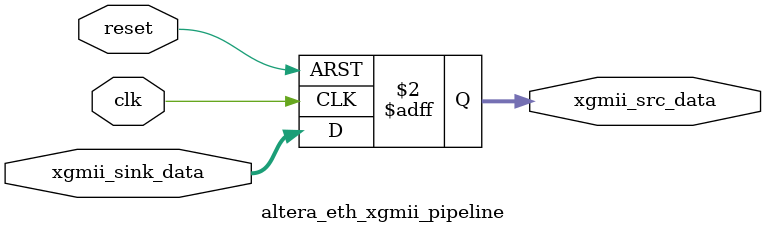
<source format=v>


`timescale 1ns / 1ns
module altera_eth_xgmii_pipeline(

    //Common clock and Reset
    clk,
    reset,
    
    // XGMII data
    xgmii_sink_data,
    xgmii_src_data
    
);

    // =head1 GLOBAL PARAMETERS

    // =head2 Avalon Streaming
    // =head1 LOCAL PARAMETERS
    localparam XGMII_BITSPERSYMBOL      = 9; // Streaming Data symbol width in bits
    localparam XGMII_SYMBOLSPERBEAT     = 8; // Streaming Number of symbols per word
    localparam XGMII_DATAWIDTH          = XGMII_BITSPERSYMBOL * XGMII_SYMBOLSPERBEAT;
    
    // Symbols used in the core
    // Symbols that represent data on the lane
    localparam SYMBOL_IDLE              = 8'h07;




    // =head1 PINS
    // =pod 
    // A
    // =cut

    // =head2 Clock Interface
    input                                                clk;
    input                                                reset;	  

    // =head2 XGMII DataIn (Sink) Interface
    input       [(XGMII_DATAWIDTH)-1:0]                  xgmii_sink_data;

    // =head2 XGMII DataOut (Source) Interface
    // =cut
    output reg  [(XGMII_DATAWIDTH)-1:0]                  xgmii_src_data;
    
    always @(posedge clk or posedge reset) begin
        if(reset) begin
            xgmii_src_data <= {8{1'b1, SYMBOL_IDLE}};
        end
        else begin
            xgmii_src_data <= xgmii_sink_data;
        end
    end
    
endmodule
// =head1 SEE AL

</source>
